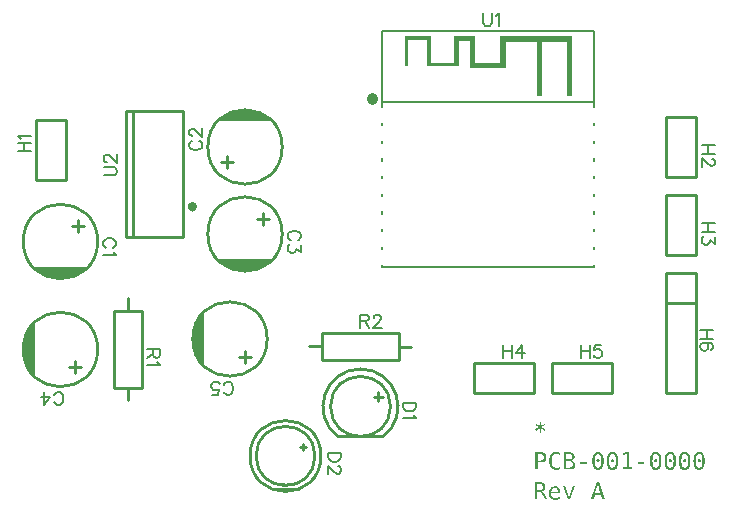
<source format=gto>
G04 Layer: TopSilkscreenLayer*
G04 EasyEDA v6.5.40, 2024-08-20 21:44:02*
G04 Gerber Generator version 0.2*
G04 Scale: 100 percent, Rotated: No, Reflected: No *
G04 Dimensions in inches *
G04 leading zeros omitted , absolute positions ,3 integer and 6 decimal *
%FSLAX36Y36*%
%MOIN*%

%ADD10C,0.0060*%
%ADD11C,0.0100*%
%ADD12C,0.0079*%
%ADD13C,0.0157*%
%ADD14C,0.0197*%
%ADD15C,0.0156*%

%LPD*%
G36*
X1740600Y-1266700D02*
G01*
X1740600Y-1273200D01*
X1756800Y-1273200D01*
X1759480Y-1273360D01*
X1761800Y-1273860D01*
X1763779Y-1274660D01*
X1765400Y-1275800D01*
X1766720Y-1277300D01*
X1767660Y-1279100D01*
X1768220Y-1281200D01*
X1768400Y-1283600D01*
X1768220Y-1286040D01*
X1767700Y-1288120D01*
X1766819Y-1289880D01*
X1765600Y-1291300D01*
X1764019Y-1292440D01*
X1762080Y-1293240D01*
X1759760Y-1293740D01*
X1757100Y-1293899D01*
X1748500Y-1293899D01*
X1748500Y-1273200D01*
X1740600Y-1273200D01*
X1740600Y-1325000D01*
X1748500Y-1325000D01*
X1748500Y-1300400D01*
X1756100Y-1300400D01*
X1757920Y-1300520D01*
X1759540Y-1300860D01*
X1761020Y-1301420D01*
X1762300Y-1302200D01*
X1763540Y-1303380D01*
X1764860Y-1305120D01*
X1766240Y-1307440D01*
X1767700Y-1310300D01*
X1774700Y-1325000D01*
X1783200Y-1325000D01*
X1775200Y-1309100D01*
X1772280Y-1303680D01*
X1769900Y-1300400D01*
X1768760Y-1299400D01*
X1767500Y-1298580D01*
X1766160Y-1297940D01*
X1764700Y-1297500D01*
X1769760Y-1295920D01*
X1773500Y-1293000D01*
X1775900Y-1288800D01*
X1776699Y-1283600D01*
X1775420Y-1276360D01*
X1771600Y-1271000D01*
X1768720Y-1269120D01*
X1765300Y-1267780D01*
X1761320Y-1266960D01*
X1756800Y-1266700D01*
G37*
G36*
X1947000Y-1266700D02*
G01*
X1935701Y-1303500D01*
X1943400Y-1303500D01*
X1951699Y-1273600D01*
X1960000Y-1303500D01*
X1935701Y-1303500D01*
X1929100Y-1325000D01*
X1937300Y-1325000D01*
X1941500Y-1309800D01*
X1961900Y-1309800D01*
X1966200Y-1325000D01*
X1974400Y-1325000D01*
X1956500Y-1266700D01*
G37*
G36*
X1808600Y-1280200D02*
G01*
X1804139Y-1280580D01*
X1800160Y-1281759D01*
X1796639Y-1283680D01*
X1793600Y-1286399D01*
X1791140Y-1289820D01*
X1789400Y-1293740D01*
X1788360Y-1298220D01*
X1788281Y-1299300D01*
X1795700Y-1299300D01*
X1797040Y-1293860D01*
X1799700Y-1289700D01*
X1803560Y-1287140D01*
X1808300Y-1286300D01*
X1810800Y-1286500D01*
X1812980Y-1287120D01*
X1814840Y-1288160D01*
X1816399Y-1289600D01*
X1818600Y-1293640D01*
X1819400Y-1299199D01*
X1788281Y-1299300D01*
X1788000Y-1303200D01*
X1788360Y-1308260D01*
X1789420Y-1312740D01*
X1791200Y-1316660D01*
X1793700Y-1320000D01*
X1796860Y-1322660D01*
X1800580Y-1324580D01*
X1804820Y-1325720D01*
X1809600Y-1326100D01*
X1811420Y-1326060D01*
X1815120Y-1325660D01*
X1818920Y-1324840D01*
X1820880Y-1324280D01*
X1824900Y-1322800D01*
X1824900Y-1315600D01*
X1820800Y-1317580D01*
X1818820Y-1318320D01*
X1815060Y-1319379D01*
X1813240Y-1319720D01*
X1811459Y-1319940D01*
X1809700Y-1320000D01*
X1803680Y-1319019D01*
X1799199Y-1316100D01*
X1796420Y-1311399D01*
X1795500Y-1304800D01*
X1826600Y-1304800D01*
X1826600Y-1301300D01*
X1826300Y-1296660D01*
X1825400Y-1292560D01*
X1823899Y-1288959D01*
X1821800Y-1285900D01*
X1819180Y-1283400D01*
X1816100Y-1281620D01*
X1812580Y-1280560D01*
G37*
G36*
X1835200Y-1281300D02*
G01*
X1850800Y-1325000D01*
X1860000Y-1325000D01*
X1875600Y-1281300D01*
X1868100Y-1281300D01*
X1855400Y-1318000D01*
X1842700Y-1281300D01*
G37*
G36*
X1812200Y-1165600D02*
G01*
X1806940Y-1166100D01*
X1802300Y-1167600D01*
X1798240Y-1170100D01*
X1794800Y-1173600D01*
X1792080Y-1178000D01*
X1790140Y-1183180D01*
X1788980Y-1189140D01*
X1788600Y-1195900D01*
X1788980Y-1202700D01*
X1790140Y-1208680D01*
X1792080Y-1213840D01*
X1794800Y-1218200D01*
X1798220Y-1221660D01*
X1802260Y-1224120D01*
X1806920Y-1225600D01*
X1812200Y-1226100D01*
X1813940Y-1226060D01*
X1817280Y-1225660D01*
X1818899Y-1225300D01*
X1822040Y-1224300D01*
X1825100Y-1222900D01*
X1825100Y-1214800D01*
X1823620Y-1215940D01*
X1822100Y-1216920D01*
X1820520Y-1217780D01*
X1818899Y-1218500D01*
X1817240Y-1219020D01*
X1815580Y-1219400D01*
X1813899Y-1219620D01*
X1812200Y-1219700D01*
X1805480Y-1218220D01*
X1800700Y-1213800D01*
X1799000Y-1210460D01*
X1797780Y-1206380D01*
X1797040Y-1201520D01*
X1796800Y-1195900D01*
X1797040Y-1190280D01*
X1797780Y-1185420D01*
X1799000Y-1181340D01*
X1800700Y-1178000D01*
X1805480Y-1173500D01*
X1812200Y-1172000D01*
X1813860Y-1172080D01*
X1815520Y-1172320D01*
X1817200Y-1172740D01*
X1818899Y-1173300D01*
X1820520Y-1173980D01*
X1822100Y-1174800D01*
X1823620Y-1175780D01*
X1825100Y-1176900D01*
X1825100Y-1168800D01*
X1822040Y-1167400D01*
X1820480Y-1166840D01*
X1818899Y-1166400D01*
X1815620Y-1165800D01*
G37*
G36*
X1951699Y-1165600D02*
G01*
X1947340Y-1166080D01*
X1943520Y-1167520D01*
X1940280Y-1169940D01*
X1937600Y-1173300D01*
X1935540Y-1177560D01*
X1934079Y-1182760D01*
X1933200Y-1188860D01*
X1932900Y-1195900D01*
X1940800Y-1195900D01*
X1940960Y-1190240D01*
X1941480Y-1185320D01*
X1942320Y-1181180D01*
X1943500Y-1177800D01*
X1946900Y-1173380D01*
X1951699Y-1171900D01*
X1956579Y-1173380D01*
X1960000Y-1177800D01*
X1961180Y-1181180D01*
X1962020Y-1185320D01*
X1962540Y-1190240D01*
X1962700Y-1195900D01*
X1962540Y-1201560D01*
X1962020Y-1206440D01*
X1961180Y-1210560D01*
X1960000Y-1213900D01*
X1956579Y-1218400D01*
X1951699Y-1219900D01*
X1946900Y-1218400D01*
X1943500Y-1213900D01*
X1942320Y-1210560D01*
X1941480Y-1206440D01*
X1940960Y-1201560D01*
X1940800Y-1195900D01*
X1932900Y-1195900D01*
X1933200Y-1202900D01*
X1934079Y-1209000D01*
X1935540Y-1214200D01*
X1937600Y-1218500D01*
X1940280Y-1221820D01*
X1943520Y-1224200D01*
X1947340Y-1225620D01*
X1951699Y-1226100D01*
X1956100Y-1225620D01*
X1959920Y-1224200D01*
X1963160Y-1221820D01*
X1965800Y-1218500D01*
X1967900Y-1214200D01*
X1969400Y-1209000D01*
X1970300Y-1202900D01*
X1970600Y-1195900D01*
X1970300Y-1188860D01*
X1969400Y-1182760D01*
X1967900Y-1177560D01*
X1965800Y-1173300D01*
X1963160Y-1169940D01*
X1959920Y-1167520D01*
X1956100Y-1166080D01*
G37*
G36*
X1999900Y-1165600D02*
G01*
X1995500Y-1166080D01*
X1991680Y-1167520D01*
X1988440Y-1169940D01*
X1985800Y-1173300D01*
X1983700Y-1177560D01*
X1982200Y-1182760D01*
X1981300Y-1188860D01*
X1981000Y-1195900D01*
X1988899Y-1195900D01*
X1989079Y-1190240D01*
X1989600Y-1185320D01*
X1990480Y-1181180D01*
X1991699Y-1177800D01*
X1995100Y-1173380D01*
X1999900Y-1171900D01*
X2004700Y-1173380D01*
X2008100Y-1177800D01*
X2009319Y-1181180D01*
X2010200Y-1185320D01*
X2010720Y-1190240D01*
X2010900Y-1195900D01*
X2010720Y-1201560D01*
X2010200Y-1206440D01*
X2009319Y-1210560D01*
X2008100Y-1213900D01*
X2004700Y-1218400D01*
X1999900Y-1219900D01*
X1995100Y-1218400D01*
X1991699Y-1213900D01*
X1990480Y-1210560D01*
X1989600Y-1206440D01*
X1989079Y-1201560D01*
X1988899Y-1195900D01*
X1981000Y-1195900D01*
X1981300Y-1202900D01*
X1982200Y-1209000D01*
X1983700Y-1214200D01*
X1985800Y-1218500D01*
X1988440Y-1221820D01*
X1991680Y-1224200D01*
X1995500Y-1225620D01*
X1999900Y-1226100D01*
X2004259Y-1225620D01*
X2008080Y-1224200D01*
X2011320Y-1221820D01*
X2014000Y-1218500D01*
X2016100Y-1214200D01*
X2017600Y-1209000D01*
X2018500Y-1202900D01*
X2018800Y-1195900D01*
X2018500Y-1188860D01*
X2017600Y-1182760D01*
X2016100Y-1177560D01*
X2014000Y-1173300D01*
X2011320Y-1169940D01*
X2008080Y-1167520D01*
X2004259Y-1166080D01*
G37*
G36*
X2144400Y-1165600D02*
G01*
X2140000Y-1166080D01*
X2136180Y-1167520D01*
X2132940Y-1169940D01*
X2130300Y-1173300D01*
X2128200Y-1177560D01*
X2126700Y-1182760D01*
X2125800Y-1188860D01*
X2125500Y-1195900D01*
X2133400Y-1195900D01*
X2133580Y-1190240D01*
X2134100Y-1185320D01*
X2134980Y-1181180D01*
X2136200Y-1177800D01*
X2139600Y-1173380D01*
X2144400Y-1171900D01*
X2149200Y-1173380D01*
X2152600Y-1177800D01*
X2153820Y-1181180D01*
X2154700Y-1185320D01*
X2155220Y-1190240D01*
X2155400Y-1195900D01*
X2155220Y-1201560D01*
X2154700Y-1206440D01*
X2153820Y-1210560D01*
X2152600Y-1213900D01*
X2149200Y-1218400D01*
X2144400Y-1219900D01*
X2139600Y-1218400D01*
X2136200Y-1213900D01*
X2134980Y-1210560D01*
X2134100Y-1206440D01*
X2133580Y-1201560D01*
X2133400Y-1195900D01*
X2125500Y-1195900D01*
X2125800Y-1202900D01*
X2126700Y-1209000D01*
X2128200Y-1214200D01*
X2130300Y-1218500D01*
X2132940Y-1221820D01*
X2136180Y-1224200D01*
X2140000Y-1225620D01*
X2144400Y-1226100D01*
X2148760Y-1225620D01*
X2152580Y-1224200D01*
X2155820Y-1221820D01*
X2158500Y-1218500D01*
X2160600Y-1214200D01*
X2162100Y-1209000D01*
X2163000Y-1202900D01*
X2163300Y-1195900D01*
X2163000Y-1188860D01*
X2162100Y-1182760D01*
X2160600Y-1177560D01*
X2158500Y-1173300D01*
X2155820Y-1169940D01*
X2152580Y-1167520D01*
X2148760Y-1166080D01*
G37*
G36*
X2192500Y-1165600D02*
G01*
X2188140Y-1166080D01*
X2184320Y-1167520D01*
X2181080Y-1169940D01*
X2178400Y-1173300D01*
X2176340Y-1177560D01*
X2174880Y-1182760D01*
X2174000Y-1188860D01*
X2173700Y-1195900D01*
X2181600Y-1195900D01*
X2181760Y-1190240D01*
X2182280Y-1185320D01*
X2183120Y-1181180D01*
X2184300Y-1177800D01*
X2187700Y-1173380D01*
X2192500Y-1171900D01*
X2197380Y-1173380D01*
X2200800Y-1177800D01*
X2201980Y-1181180D01*
X2202820Y-1185320D01*
X2203340Y-1190240D01*
X2203500Y-1195900D01*
X2203340Y-1201560D01*
X2202820Y-1206440D01*
X2201980Y-1210560D01*
X2200800Y-1213900D01*
X2197380Y-1218400D01*
X2192500Y-1219900D01*
X2187700Y-1218400D01*
X2184300Y-1213900D01*
X2183120Y-1210560D01*
X2182280Y-1206440D01*
X2181760Y-1201560D01*
X2181600Y-1195900D01*
X2173700Y-1195900D01*
X2174000Y-1202900D01*
X2174880Y-1209000D01*
X2176340Y-1214200D01*
X2178400Y-1218500D01*
X2181080Y-1221820D01*
X2184320Y-1224200D01*
X2188140Y-1225620D01*
X2192500Y-1226100D01*
X2196920Y-1225620D01*
X2200740Y-1224200D01*
X2204020Y-1221820D01*
X2206700Y-1218500D01*
X2208760Y-1214200D01*
X2210220Y-1209000D01*
X2211100Y-1202900D01*
X2211400Y-1195900D01*
X2211100Y-1188860D01*
X2210220Y-1182760D01*
X2208760Y-1177560D01*
X2206700Y-1173300D01*
X2204020Y-1169940D01*
X2200740Y-1167520D01*
X2196920Y-1166080D01*
G37*
G36*
X2240700Y-1165600D02*
G01*
X2236340Y-1166080D01*
X2232520Y-1167520D01*
X2229280Y-1169940D01*
X2226600Y-1173300D01*
X2224500Y-1177560D01*
X2223000Y-1182760D01*
X2222100Y-1188860D01*
X2221800Y-1195900D01*
X2229800Y-1195900D01*
X2229960Y-1190240D01*
X2230480Y-1185320D01*
X2231320Y-1181180D01*
X2232500Y-1177800D01*
X2235900Y-1173380D01*
X2240700Y-1171900D01*
X2245580Y-1173380D01*
X2249000Y-1177800D01*
X2250180Y-1181180D01*
X2251020Y-1185320D01*
X2251540Y-1190240D01*
X2251700Y-1195900D01*
X2251540Y-1201560D01*
X2251020Y-1206440D01*
X2250180Y-1210560D01*
X2249000Y-1213900D01*
X2245580Y-1218400D01*
X2240700Y-1219900D01*
X2235900Y-1218400D01*
X2232500Y-1213900D01*
X2231320Y-1210560D01*
X2230480Y-1206440D01*
X2229960Y-1201560D01*
X2229800Y-1195900D01*
X2221800Y-1195900D01*
X2222100Y-1202900D01*
X2223000Y-1209000D01*
X2224500Y-1214200D01*
X2226600Y-1218500D01*
X2229280Y-1221820D01*
X2232520Y-1224200D01*
X2236340Y-1225620D01*
X2240700Y-1226100D01*
X2245060Y-1225620D01*
X2248880Y-1224200D01*
X2252120Y-1221820D01*
X2254800Y-1218500D01*
X2256900Y-1214200D01*
X2258400Y-1209000D01*
X2259300Y-1202900D01*
X2259600Y-1195900D01*
X2259300Y-1188860D01*
X2258400Y-1182760D01*
X2256900Y-1177560D01*
X2254800Y-1173300D01*
X2252120Y-1169940D01*
X2248880Y-1167520D01*
X2245060Y-1166080D01*
G37*
G36*
X2288900Y-1165600D02*
G01*
X2284500Y-1166080D01*
X2280680Y-1167520D01*
X2277440Y-1169940D01*
X2274800Y-1173300D01*
X2272700Y-1177560D01*
X2271200Y-1182760D01*
X2270300Y-1188860D01*
X2270000Y-1195900D01*
X2277900Y-1195900D01*
X2278060Y-1190240D01*
X2278580Y-1185320D01*
X2279420Y-1181180D01*
X2280600Y-1177800D01*
X2284080Y-1173380D01*
X2288900Y-1171900D01*
X2293700Y-1173380D01*
X2297100Y-1177800D01*
X2298280Y-1181180D01*
X2299120Y-1185320D01*
X2299640Y-1190240D01*
X2299800Y-1195900D01*
X2299640Y-1201560D01*
X2299120Y-1206440D01*
X2298280Y-1210560D01*
X2297100Y-1213900D01*
X2293700Y-1218400D01*
X2288900Y-1219900D01*
X2284080Y-1218400D01*
X2280600Y-1213900D01*
X2279420Y-1210560D01*
X2278580Y-1206440D01*
X2278060Y-1201560D01*
X2277900Y-1195900D01*
X2270000Y-1195900D01*
X2270300Y-1202900D01*
X2271200Y-1209000D01*
X2272700Y-1214200D01*
X2274800Y-1218500D01*
X2277440Y-1221820D01*
X2280680Y-1224200D01*
X2284500Y-1225620D01*
X2288900Y-1226100D01*
X2293260Y-1225620D01*
X2297080Y-1224200D01*
X2300320Y-1221820D01*
X2303000Y-1218500D01*
X2305100Y-1214200D01*
X2306600Y-1209000D01*
X2307500Y-1202900D01*
X2307800Y-1195900D01*
X2307500Y-1188860D01*
X2306600Y-1182760D01*
X2305100Y-1177560D01*
X2303000Y-1173300D01*
X2300320Y-1169940D01*
X2297080Y-1167520D01*
X2293260Y-1166080D01*
G37*
G36*
X1742700Y-1166700D02*
G01*
X1742700Y-1173200D01*
X1759700Y-1173200D01*
X1762300Y-1173380D01*
X1764600Y-1173900D01*
X1766600Y-1174780D01*
X1768300Y-1176000D01*
X1769620Y-1177600D01*
X1770560Y-1179480D01*
X1771120Y-1181640D01*
X1771300Y-1184100D01*
X1771120Y-1186560D01*
X1770560Y-1188720D01*
X1769620Y-1190600D01*
X1768300Y-1192200D01*
X1766600Y-1193460D01*
X1764600Y-1194380D01*
X1762300Y-1194920D01*
X1759700Y-1195100D01*
X1750600Y-1195100D01*
X1750600Y-1173200D01*
X1742700Y-1173200D01*
X1742700Y-1225000D01*
X1750600Y-1225000D01*
X1750600Y-1201600D01*
X1759700Y-1201600D01*
X1764300Y-1201320D01*
X1768320Y-1200480D01*
X1771759Y-1199060D01*
X1774600Y-1197100D01*
X1776780Y-1194640D01*
X1778360Y-1191640D01*
X1779280Y-1188140D01*
X1779600Y-1184100D01*
X1779280Y-1180060D01*
X1778320Y-1176560D01*
X1776740Y-1173560D01*
X1774500Y-1171100D01*
X1771699Y-1169180D01*
X1768300Y-1167800D01*
X1764300Y-1166980D01*
X1759700Y-1166700D01*
G37*
G36*
X1837800Y-1166700D02*
G01*
X1837800Y-1173200D01*
X1854900Y-1173200D01*
X1857600Y-1173320D01*
X1859880Y-1173680D01*
X1861740Y-1174260D01*
X1863200Y-1175100D01*
X1864300Y-1176260D01*
X1865080Y-1177700D01*
X1865540Y-1179460D01*
X1865700Y-1181500D01*
X1865540Y-1183780D01*
X1865080Y-1185720D01*
X1864300Y-1187340D01*
X1863200Y-1188600D01*
X1861699Y-1189520D01*
X1859820Y-1190180D01*
X1857560Y-1190560D01*
X1854900Y-1190700D01*
X1845700Y-1190700D01*
X1845700Y-1173200D01*
X1837800Y-1173200D01*
X1837800Y-1197100D01*
X1855100Y-1197100D01*
X1860760Y-1197780D01*
X1864700Y-1199800D01*
X1866060Y-1201340D01*
X1867020Y-1203240D01*
X1867600Y-1205540D01*
X1867800Y-1208200D01*
X1867620Y-1210760D01*
X1867080Y-1212920D01*
X1866160Y-1214700D01*
X1864900Y-1216100D01*
X1861000Y-1217900D01*
X1855100Y-1218500D01*
X1845700Y-1218500D01*
X1845700Y-1197100D01*
X1837800Y-1197100D01*
X1837800Y-1225000D01*
X1855100Y-1225000D01*
X1859920Y-1224740D01*
X1864100Y-1224000D01*
X1867620Y-1222740D01*
X1870500Y-1221000D01*
X1874400Y-1215960D01*
X1875700Y-1209000D01*
X1874900Y-1203280D01*
X1872500Y-1198700D01*
X1868600Y-1195420D01*
X1863500Y-1193800D01*
X1865900Y-1193260D01*
X1867980Y-1192420D01*
X1869740Y-1191300D01*
X1871200Y-1189900D01*
X1872300Y-1188220D01*
X1873080Y-1186240D01*
X1873540Y-1184020D01*
X1873700Y-1181500D01*
X1872500Y-1175200D01*
X1868899Y-1170500D01*
X1866200Y-1168840D01*
X1863000Y-1167660D01*
X1859300Y-1166940D01*
X1855100Y-1166700D01*
G37*
G36*
X2046699Y-1166700D02*
G01*
X2033600Y-1169600D01*
X2033600Y-1176800D01*
X2046800Y-1173800D01*
X2046800Y-1218400D01*
X2034500Y-1218400D01*
X2034500Y-1225000D01*
X2066699Y-1225000D01*
X2066699Y-1218400D01*
X2054600Y-1218400D01*
X2054600Y-1166700D01*
G37*
G36*
X1951600Y-1190400D02*
G01*
X1950580Y-1190500D01*
X1949660Y-1190800D01*
X1948779Y-1191300D01*
X1948000Y-1192000D01*
X1947340Y-1192840D01*
X1946879Y-1193720D01*
X1946600Y-1194680D01*
X1946500Y-1195700D01*
X1946600Y-1196800D01*
X1946879Y-1197800D01*
X1947340Y-1198700D01*
X1948000Y-1199500D01*
X1948779Y-1200120D01*
X1949660Y-1200560D01*
X1950580Y-1200820D01*
X1951600Y-1200900D01*
X1952700Y-1200800D01*
X1953700Y-1200520D01*
X1954600Y-1200060D01*
X1955400Y-1199400D01*
X1956100Y-1198600D01*
X1956600Y-1197720D01*
X1956900Y-1196760D01*
X1957000Y-1195700D01*
X1956900Y-1194680D01*
X1956600Y-1193720D01*
X1956100Y-1192840D01*
X1955400Y-1192000D01*
X1954560Y-1191300D01*
X1953640Y-1190800D01*
X1952660Y-1190500D01*
G37*
G36*
X1999800Y-1190400D02*
G01*
X1998779Y-1190500D01*
X1997840Y-1190800D01*
X1996980Y-1191300D01*
X1996200Y-1192000D01*
X1995540Y-1192840D01*
X1995080Y-1193720D01*
X1994800Y-1194680D01*
X1994700Y-1195700D01*
X1994800Y-1196800D01*
X1995080Y-1197800D01*
X1995540Y-1198700D01*
X1996200Y-1199500D01*
X1996940Y-1200120D01*
X1997800Y-1200560D01*
X1998740Y-1200820D01*
X1999800Y-1200900D01*
X2000860Y-1200800D01*
X2001840Y-1200520D01*
X2002760Y-1200060D01*
X2003600Y-1199400D01*
X2004259Y-1198600D01*
X2004720Y-1197720D01*
X2005000Y-1196760D01*
X2005100Y-1195700D01*
X2005000Y-1194680D01*
X2004720Y-1193720D01*
X2004259Y-1192840D01*
X2003600Y-1192000D01*
X2002760Y-1191300D01*
X2001840Y-1190800D01*
X2000860Y-1190500D01*
G37*
G36*
X2144300Y-1190400D02*
G01*
X2143280Y-1190500D01*
X2142360Y-1190800D01*
X2141480Y-1191300D01*
X2140700Y-1192000D01*
X2140040Y-1192840D01*
X2139580Y-1193720D01*
X2139300Y-1194680D01*
X2139200Y-1195700D01*
X2139280Y-1196800D01*
X2139540Y-1197800D01*
X2139980Y-1198700D01*
X2140600Y-1199500D01*
X2141400Y-1200120D01*
X2142280Y-1200560D01*
X2143240Y-1200820D01*
X2144300Y-1200900D01*
X2145360Y-1200800D01*
X2146360Y-1200520D01*
X2147260Y-1200060D01*
X2148100Y-1199400D01*
X2148760Y-1198600D01*
X2149220Y-1197720D01*
X2149500Y-1196760D01*
X2149600Y-1195700D01*
X2149500Y-1194680D01*
X2149200Y-1193720D01*
X2148700Y-1192840D01*
X2148000Y-1192000D01*
X2147200Y-1191300D01*
X2146320Y-1190800D01*
X2145360Y-1190500D01*
G37*
G36*
X2192500Y-1190400D02*
G01*
X2191480Y-1190500D01*
X2190520Y-1190800D01*
X2189640Y-1191300D01*
X2188800Y-1192000D01*
X2188140Y-1192840D01*
X2187680Y-1193720D01*
X2187400Y-1194680D01*
X2187300Y-1195700D01*
X2187400Y-1196800D01*
X2187680Y-1197800D01*
X2188140Y-1198700D01*
X2188800Y-1199500D01*
X2189600Y-1200120D01*
X2190480Y-1200560D01*
X2191440Y-1200820D01*
X2192500Y-1200900D01*
X2193560Y-1200800D01*
X2194520Y-1200520D01*
X2195400Y-1200060D01*
X2196200Y-1199400D01*
X2196900Y-1198600D01*
X2197400Y-1197720D01*
X2197700Y-1196760D01*
X2197800Y-1195700D01*
X2197700Y-1194680D01*
X2197400Y-1193720D01*
X2196900Y-1192840D01*
X2196200Y-1192000D01*
X2195360Y-1191300D01*
X2194480Y-1190800D01*
X2193520Y-1190500D01*
G37*
G36*
X2240600Y-1190400D02*
G01*
X2239580Y-1190500D01*
X2238660Y-1190800D01*
X2237780Y-1191300D01*
X2237000Y-1192000D01*
X2236340Y-1192840D01*
X2235880Y-1193720D01*
X2235600Y-1194680D01*
X2235500Y-1195700D01*
X2235600Y-1196800D01*
X2235880Y-1197800D01*
X2236340Y-1198700D01*
X2237000Y-1199500D01*
X2237740Y-1200120D01*
X2238600Y-1200560D01*
X2239540Y-1200820D01*
X2240600Y-1200900D01*
X2241700Y-1200800D01*
X2242700Y-1200520D01*
X2243600Y-1200060D01*
X2244400Y-1199400D01*
X2245060Y-1198600D01*
X2245520Y-1197720D01*
X2245800Y-1196760D01*
X2245900Y-1195700D01*
X2245800Y-1194680D01*
X2245520Y-1193720D01*
X2245060Y-1192840D01*
X2244400Y-1192000D01*
X2243560Y-1191300D01*
X2242640Y-1190800D01*
X2241660Y-1190500D01*
G37*
G36*
X2288800Y-1190400D02*
G01*
X2287780Y-1190500D01*
X2286860Y-1190800D01*
X2285980Y-1191300D01*
X2285200Y-1192000D01*
X2284540Y-1192840D01*
X2284080Y-1193720D01*
X2283800Y-1194680D01*
X2283700Y-1195700D01*
X2283780Y-1196800D01*
X2284040Y-1197800D01*
X2284480Y-1198700D01*
X2285100Y-1199500D01*
X2285900Y-1200120D01*
X2286780Y-1200560D01*
X2287740Y-1200820D01*
X2288800Y-1200900D01*
X2289860Y-1200800D01*
X2290860Y-1200520D01*
X2291760Y-1200060D01*
X2292600Y-1199400D01*
X2293260Y-1198600D01*
X2293720Y-1197720D01*
X2294000Y-1196760D01*
X2294100Y-1195700D01*
X2294000Y-1194680D01*
X2293700Y-1193720D01*
X2293200Y-1192840D01*
X2292500Y-1192000D01*
X2291700Y-1191300D01*
X2290820Y-1190800D01*
X2289860Y-1190500D01*
G37*
G36*
X1893400Y-1199900D02*
G01*
X1893400Y-1206300D01*
X1913800Y-1206300D01*
X1913800Y-1199900D01*
G37*
G36*
X2086100Y-1199900D02*
G01*
X2086100Y-1206300D01*
X2106400Y-1206300D01*
X2106400Y-1199900D01*
G37*
G36*
X1756800Y-1065600D02*
G01*
X1756800Y-1080400D01*
X1743700Y-1072400D01*
X1741500Y-1076300D01*
X1755500Y-1083900D01*
X1741500Y-1091500D01*
X1743700Y-1095300D01*
X1756800Y-1087400D01*
X1756800Y-1102100D01*
X1761300Y-1102100D01*
X1761300Y-1087400D01*
X1774500Y-1095300D01*
X1776699Y-1091500D01*
X1762700Y-1083900D01*
X1776699Y-1076300D01*
X1774500Y-1072400D01*
X1761300Y-1080400D01*
X1761300Y-1065600D01*
G37*
D10*
X335199Y-485700D02*
G01*
X339299Y-483600D01*
X343400Y-479499D01*
X345399Y-475500D01*
X345399Y-467300D01*
X343400Y-463200D01*
X339299Y-459099D01*
X335199Y-456999D01*
X329000Y-455000D01*
X318800Y-455000D01*
X312699Y-456999D01*
X308600Y-459099D01*
X304499Y-463200D01*
X302500Y-467300D01*
X302500Y-475500D01*
X304499Y-479499D01*
X308600Y-483600D01*
X312699Y-485700D01*
X337199Y-499200D02*
G01*
X339299Y-503299D01*
X345399Y-509400D01*
X302500Y-509400D01*
X599800Y-129299D02*
G01*
X595700Y-131399D01*
X591599Y-135500D01*
X589600Y-139499D01*
X589600Y-147699D01*
X591599Y-151799D01*
X595700Y-155900D01*
X599800Y-158000D01*
X605999Y-160000D01*
X616199Y-160000D01*
X622300Y-158000D01*
X626399Y-155900D01*
X630500Y-151799D01*
X632500Y-147699D01*
X632500Y-139499D01*
X630500Y-135500D01*
X626399Y-131399D01*
X622300Y-129299D01*
X599800Y-113800D02*
G01*
X597800Y-113800D01*
X593699Y-111700D01*
X591599Y-109699D01*
X589600Y-105599D01*
X589600Y-97399D01*
X591599Y-93299D01*
X593699Y-91300D01*
X597800Y-89200D01*
X601900Y-89200D01*
X605999Y-91300D01*
X612100Y-95399D01*
X632500Y-115799D01*
X632500Y-87199D01*
X950200Y-460700D02*
G01*
X954300Y-458600D01*
X958400Y-454499D01*
X960399Y-450500D01*
X960399Y-442300D01*
X958400Y-438200D01*
X954300Y-434099D01*
X950200Y-431999D01*
X943999Y-430000D01*
X933800Y-430000D01*
X927700Y-431999D01*
X923599Y-434099D01*
X919499Y-438200D01*
X917500Y-442300D01*
X917500Y-450500D01*
X919499Y-454499D01*
X923599Y-458600D01*
X927700Y-460700D01*
X960399Y-478299D02*
G01*
X960399Y-500799D01*
X943999Y-488499D01*
X943999Y-494600D01*
X941999Y-498699D01*
X940000Y-500799D01*
X933800Y-502800D01*
X929700Y-502800D01*
X923599Y-500799D01*
X919499Y-496700D01*
X917500Y-490500D01*
X917500Y-484400D01*
X919499Y-478299D01*
X921499Y-476199D01*
X925600Y-474200D01*
X139299Y-1000199D02*
G01*
X141399Y-1004299D01*
X145500Y-1008400D01*
X149499Y-1010399D01*
X157699Y-1010399D01*
X161799Y-1008400D01*
X165900Y-1004299D01*
X168000Y-1000199D01*
X170000Y-994000D01*
X170000Y-983800D01*
X168000Y-977699D01*
X165900Y-973600D01*
X161799Y-969499D01*
X157699Y-967500D01*
X149499Y-967500D01*
X145500Y-969499D01*
X141399Y-973600D01*
X139299Y-977699D01*
X105399Y-1010399D02*
G01*
X125799Y-981799D01*
X95100Y-981799D01*
X105399Y-1010399D02*
G01*
X105399Y-967500D01*
X704299Y-965199D02*
G01*
X706399Y-969299D01*
X710500Y-973400D01*
X714499Y-975399D01*
X722699Y-975399D01*
X726799Y-973400D01*
X730900Y-969299D01*
X733000Y-965199D01*
X735000Y-959000D01*
X735000Y-948800D01*
X733000Y-942699D01*
X730900Y-938600D01*
X726799Y-934499D01*
X722699Y-932500D01*
X714499Y-932500D01*
X710500Y-934499D01*
X706399Y-938600D01*
X704299Y-942699D01*
X666300Y-975399D02*
G01*
X686700Y-975399D01*
X688800Y-956999D01*
X686700Y-959000D01*
X680599Y-961100D01*
X674499Y-961100D01*
X668299Y-959000D01*
X664200Y-955000D01*
X662199Y-948800D01*
X662199Y-944699D01*
X664200Y-938600D01*
X668299Y-934499D01*
X674499Y-932500D01*
X680599Y-932500D01*
X686700Y-934499D01*
X688800Y-936500D01*
X690799Y-940599D01*
X1345399Y-1001999D02*
G01*
X1302500Y-1001999D01*
X1345399Y-1001999D02*
G01*
X1345399Y-1016300D01*
X1343400Y-1022500D01*
X1339300Y-1026500D01*
X1335200Y-1028600D01*
X1328999Y-1030599D01*
X1318800Y-1030599D01*
X1312700Y-1028600D01*
X1308599Y-1026500D01*
X1304499Y-1022500D01*
X1302500Y-1016300D01*
X1302500Y-1001999D01*
X1337200Y-1044099D02*
G01*
X1339300Y-1048200D01*
X1345399Y-1054400D01*
X1302500Y-1054400D01*
X1095399Y-1170000D02*
G01*
X1052500Y-1170000D01*
X1095399Y-1170000D02*
G01*
X1095399Y-1184299D01*
X1093400Y-1190500D01*
X1089300Y-1194499D01*
X1085200Y-1196599D01*
X1078999Y-1198600D01*
X1068800Y-1198600D01*
X1062700Y-1196599D01*
X1058599Y-1194499D01*
X1054499Y-1190500D01*
X1052500Y-1184299D01*
X1052500Y-1170000D01*
X1085200Y-1214200D02*
G01*
X1087200Y-1214200D01*
X1091300Y-1216199D01*
X1093400Y-1218299D01*
X1095399Y-1222399D01*
X1095399Y-1230500D01*
X1093400Y-1234600D01*
X1091300Y-1236700D01*
X1087200Y-1238699D01*
X1083100Y-1238699D01*
X1078999Y-1236700D01*
X1072899Y-1232600D01*
X1052500Y-1212100D01*
X1052500Y-1240799D01*
X19600Y-165000D02*
G01*
X62500Y-165000D01*
X19600Y-136399D02*
G01*
X62500Y-136399D01*
X40000Y-165000D02*
G01*
X40000Y-136399D01*
X27800Y-122899D02*
G01*
X25700Y-118800D01*
X19600Y-112600D01*
X62500Y-112600D01*
X2340399Y-145000D02*
G01*
X2297500Y-145000D01*
X2340399Y-173600D02*
G01*
X2297500Y-173600D01*
X2320000Y-145000D02*
G01*
X2320000Y-173600D01*
X2330200Y-189200D02*
G01*
X2332200Y-189200D01*
X2336300Y-191199D01*
X2338400Y-193299D01*
X2340399Y-197399D01*
X2340399Y-205500D01*
X2338400Y-209600D01*
X2336300Y-211700D01*
X2332200Y-213699D01*
X2328100Y-213699D01*
X2323999Y-211700D01*
X2317899Y-207600D01*
X2297500Y-187100D01*
X2297500Y-215799D01*
X2340399Y-405000D02*
G01*
X2297500Y-405000D01*
X2340399Y-433600D02*
G01*
X2297500Y-433600D01*
X2320000Y-405000D02*
G01*
X2320000Y-433600D01*
X2340399Y-451199D02*
G01*
X2340399Y-473699D01*
X2323999Y-461500D01*
X2323999Y-467600D01*
X2321999Y-471700D01*
X2320000Y-473699D01*
X2313800Y-475799D01*
X2309700Y-475799D01*
X2303599Y-473699D01*
X2299499Y-469600D01*
X2297500Y-463499D01*
X2297500Y-457399D01*
X2299499Y-451199D01*
X2301499Y-449200D01*
X2305600Y-447100D01*
X1635000Y-809600D02*
G01*
X1635000Y-852500D01*
X1663599Y-809600D02*
G01*
X1663599Y-852500D01*
X1635000Y-830000D02*
G01*
X1663599Y-830000D01*
X1697600Y-809600D02*
G01*
X1677100Y-838200D01*
X1707799Y-838200D01*
X1697600Y-809600D02*
G01*
X1697600Y-852500D01*
X1895000Y-809600D02*
G01*
X1895000Y-852500D01*
X1923599Y-809600D02*
G01*
X1923599Y-852500D01*
X1895000Y-830000D02*
G01*
X1923599Y-830000D01*
X1961700Y-809600D02*
G01*
X1941199Y-809600D01*
X1939200Y-828000D01*
X1941199Y-825999D01*
X1947399Y-823899D01*
X1953500Y-823899D01*
X1959600Y-825999D01*
X1963699Y-830000D01*
X1965799Y-836199D01*
X1965799Y-840300D01*
X1963699Y-846399D01*
X1959600Y-850500D01*
X1953500Y-852500D01*
X1947399Y-852500D01*
X1941199Y-850500D01*
X1939200Y-848499D01*
X1937100Y-844400D01*
X2335399Y-760000D02*
G01*
X2292500Y-760000D01*
X2335399Y-788600D02*
G01*
X2292500Y-788600D01*
X2315000Y-760000D02*
G01*
X2315000Y-788600D01*
X2329300Y-826700D02*
G01*
X2333400Y-824600D01*
X2335399Y-818499D01*
X2335399Y-814400D01*
X2333400Y-808299D01*
X2327200Y-804200D01*
X2316999Y-802100D01*
X2306800Y-802100D01*
X2298599Y-804200D01*
X2294499Y-808299D01*
X2292500Y-814400D01*
X2292500Y-816500D01*
X2294499Y-822600D01*
X2298599Y-826700D01*
X2304700Y-828699D01*
X2306800Y-828699D01*
X2312899Y-826700D01*
X2316999Y-822600D01*
X2318999Y-816500D01*
X2318999Y-814400D01*
X2316999Y-808299D01*
X2312899Y-804200D01*
X2306800Y-802100D01*
X490399Y-825000D02*
G01*
X447500Y-825000D01*
X490399Y-825000D02*
G01*
X490399Y-843400D01*
X488400Y-849499D01*
X486300Y-851599D01*
X482199Y-853600D01*
X478099Y-853600D01*
X474000Y-851599D01*
X471999Y-849499D01*
X470000Y-843400D01*
X470000Y-825000D01*
X470000Y-839299D02*
G01*
X447500Y-853600D01*
X482199Y-867100D02*
G01*
X484299Y-871199D01*
X490399Y-877399D01*
X447500Y-877399D01*
X1160000Y-709600D02*
G01*
X1160000Y-752500D01*
X1160000Y-709600D02*
G01*
X1178400Y-709600D01*
X1184499Y-711599D01*
X1186599Y-713699D01*
X1188599Y-717800D01*
X1188599Y-721900D01*
X1186599Y-725999D01*
X1184499Y-728000D01*
X1178400Y-730000D01*
X1160000Y-730000D01*
X1174300Y-730000D02*
G01*
X1188599Y-752500D01*
X1204200Y-719800D02*
G01*
X1204200Y-717800D01*
X1206199Y-713699D01*
X1208299Y-711599D01*
X1212399Y-709600D01*
X1220500Y-709600D01*
X1224600Y-711599D01*
X1226700Y-713699D01*
X1228699Y-717800D01*
X1228699Y-721900D01*
X1226700Y-725999D01*
X1222600Y-732100D01*
X1202100Y-752500D01*
X1230799Y-752500D01*
X1570000Y295399D02*
G01*
X1570000Y264699D01*
X1571999Y258600D01*
X1576099Y254499D01*
X1582299Y252500D01*
X1586400Y252500D01*
X1592500Y254499D01*
X1596599Y258600D01*
X1598599Y264699D01*
X1598599Y295399D01*
X1612100Y287199D02*
G01*
X1616199Y289299D01*
X1622399Y295399D01*
X1622399Y252500D01*
X304405Y-245005D02*
G01*
X335104Y-245005D01*
X341204Y-243004D01*
X345304Y-238904D01*
X347305Y-232705D01*
X347305Y-228604D01*
X345304Y-222505D01*
X341204Y-218404D01*
X335104Y-216404D01*
X304405Y-216404D01*
X314605Y-200805D02*
G01*
X312604Y-200805D01*
X308505Y-198805D01*
X306404Y-196705D01*
X304405Y-192604D01*
X304405Y-184504D01*
X306404Y-180405D01*
X308505Y-178305D01*
X312604Y-176305D01*
X316705Y-176305D01*
X320805Y-178305D01*
X326905Y-182404D01*
X347305Y-202905D01*
X347305Y-174205D01*
G36*
X70000Y-550000D02*
G01*
X74300Y-554520D01*
X78820Y-558820D01*
X83560Y-562880D01*
X88520Y-566680D01*
X93640Y-570240D01*
X98960Y-573520D01*
X104420Y-576520D01*
X110040Y-579240D01*
X115800Y-581660D01*
X121660Y-583780D01*
X127640Y-585600D01*
X133680Y-587120D01*
X139820Y-588300D01*
X145980Y-589180D01*
X152200Y-589740D01*
X158440Y-589980D01*
X164680Y-589900D01*
X170900Y-589500D01*
X177100Y-588780D01*
X183260Y-587740D01*
X186320Y-587120D01*
X192360Y-585600D01*
X198340Y-583780D01*
X204200Y-581660D01*
X209960Y-579240D01*
X215580Y-576520D01*
X221040Y-573520D01*
X226360Y-570240D01*
X231480Y-566680D01*
X236439Y-562880D01*
X241180Y-558820D01*
X245700Y-554520D01*
X250000Y-550000D01*
G37*
G36*
X773439Y-25019D02*
G01*
X767200Y-25259D01*
X760980Y-25820D01*
X754820Y-26700D01*
X748680Y-27879D01*
X742640Y-29400D01*
X736660Y-31220D01*
X730800Y-33340D01*
X725040Y-35760D01*
X719419Y-38480D01*
X713960Y-41480D01*
X708640Y-44760D01*
X703520Y-48320D01*
X698560Y-52120D01*
X693820Y-56180D01*
X689300Y-60480D01*
X685000Y-65000D01*
X865000Y-65000D01*
X860699Y-60480D01*
X856180Y-56180D01*
X851440Y-52120D01*
X846480Y-48320D01*
X841360Y-44760D01*
X836040Y-41480D01*
X830580Y-38480D01*
X824960Y-35760D01*
X819200Y-33340D01*
X813340Y-31220D01*
X807360Y-29400D01*
X801320Y-27879D01*
X795180Y-26700D01*
X789020Y-25820D01*
X782800Y-25259D01*
X776560Y-25019D01*
G37*
G36*
X685000Y-525000D02*
G01*
X689300Y-529520D01*
X693820Y-533820D01*
X698560Y-537880D01*
X703520Y-541680D01*
X708640Y-545240D01*
X713960Y-548520D01*
X719419Y-551520D01*
X725040Y-554240D01*
X730800Y-556660D01*
X736660Y-558780D01*
X742640Y-560600D01*
X748680Y-562120D01*
X754820Y-563300D01*
X760980Y-564180D01*
X767200Y-564740D01*
X773439Y-564980D01*
X779680Y-564900D01*
X785900Y-564500D01*
X792099Y-563780D01*
X798259Y-562740D01*
X801320Y-562120D01*
X807360Y-560600D01*
X813340Y-558780D01*
X819200Y-556660D01*
X824960Y-554240D01*
X830580Y-551520D01*
X836040Y-548520D01*
X841360Y-545240D01*
X846480Y-541680D01*
X851440Y-537880D01*
X856180Y-533820D01*
X860699Y-529520D01*
X865000Y-525000D01*
G37*
G36*
X75000Y-735000D02*
G01*
X70480Y-739300D01*
X66180Y-743820D01*
X62120Y-748560D01*
X58320Y-753520D01*
X54760Y-758640D01*
X51480Y-763960D01*
X48480Y-769419D01*
X45759Y-775040D01*
X43339Y-780800D01*
X41220Y-786660D01*
X39400Y-792640D01*
X37880Y-798680D01*
X36700Y-804820D01*
X35820Y-810980D01*
X35260Y-817200D01*
X35020Y-823439D01*
X35100Y-829680D01*
X35500Y-835900D01*
X36220Y-842099D01*
X37260Y-848259D01*
X37880Y-851320D01*
X39400Y-857360D01*
X41220Y-863340D01*
X43339Y-869200D01*
X45759Y-874960D01*
X48480Y-880580D01*
X51480Y-886040D01*
X54760Y-891360D01*
X58320Y-896480D01*
X62120Y-901440D01*
X66180Y-906180D01*
X70480Y-910699D01*
X75000Y-915000D01*
G37*
G36*
X640000Y-700000D02*
G01*
X635480Y-704300D01*
X631180Y-708820D01*
X627120Y-713560D01*
X623320Y-718520D01*
X619760Y-723640D01*
X616480Y-728960D01*
X613480Y-734419D01*
X610760Y-740040D01*
X608340Y-745800D01*
X606220Y-751660D01*
X604400Y-757640D01*
X602880Y-763680D01*
X601700Y-769820D01*
X600820Y-775980D01*
X600260Y-782200D01*
X600020Y-788439D01*
X600100Y-794680D01*
X600500Y-800900D01*
X601220Y-807099D01*
X602260Y-813259D01*
X602880Y-816320D01*
X604400Y-822360D01*
X606220Y-828340D01*
X608340Y-834200D01*
X610760Y-839960D01*
X613480Y-845580D01*
X616480Y-851040D01*
X619760Y-856360D01*
X623320Y-861480D01*
X627120Y-866440D01*
X631180Y-871180D01*
X635480Y-875699D01*
X640000Y-880000D01*
G37*
G36*
X1326320Y219420D02*
G01*
X1308460Y218700D01*
X1308460Y118699D01*
X1319180Y118699D01*
X1319180Y207979D01*
X1380620Y207979D01*
X1380620Y118699D01*
X1488460Y118699D01*
X1488460Y202280D01*
X1525620Y202280D01*
X1525620Y114420D01*
X1643460Y114420D01*
X1643460Y201560D01*
X1747040Y201560D01*
X1747040Y18700D01*
X1764900Y18700D01*
X1764900Y201560D01*
X1849180Y201560D01*
X1849180Y19420D01*
X1866320Y19420D01*
X1866320Y218700D01*
X1625620Y218700D01*
X1625620Y130140D01*
X1541320Y130140D01*
X1541320Y219420D01*
X1471320Y219420D01*
X1471320Y130840D01*
X1396320Y130840D01*
X1396320Y219420D01*
G37*
D11*
X240000Y-415000D02*
G01*
X200000Y-415000D01*
X220000Y-395000D02*
G01*
X220000Y-435000D01*
X695000Y-200000D02*
G01*
X735000Y-200000D01*
X715000Y-220000D02*
G01*
X715000Y-180000D01*
X855000Y-390000D02*
G01*
X815000Y-390000D01*
X835000Y-370000D02*
G01*
X835000Y-410000D01*
X210000Y-905000D02*
G01*
X210000Y-865000D01*
X230000Y-885000D02*
G01*
X190000Y-885000D01*
X775000Y-870000D02*
G01*
X775000Y-830000D01*
X795000Y-850000D02*
G01*
X755000Y-850000D01*
X1085000Y-1115000D02*
G01*
X1235000Y-1115000D01*
X1220000Y-966999D02*
G01*
X1220000Y-996999D01*
X1205000Y-981999D02*
G01*
X1235000Y-981999D01*
X970000Y-1140000D02*
G01*
X970000Y-1160000D01*
X980000Y-1150000D02*
G01*
X960000Y-1150000D01*
X939219Y-1273976D02*
G01*
X916449Y-1273976D01*
X903550Y-1273976D02*
G01*
X882088Y-1273976D01*
X956460Y-1288566D02*
G01*
X863782Y-1288566D01*
X80000Y-260000D02*
G01*
X80000Y-60000D01*
X180000Y-60000D01*
X180000Y-260000D01*
X80000Y-260000D01*
X2280000Y-50000D02*
G01*
X2280000Y-250000D01*
X2180000Y-250000D01*
X2180000Y-50000D01*
X2280000Y-50000D01*
X2280000Y-310000D02*
G01*
X2280000Y-510000D01*
X2180000Y-510000D01*
X2180000Y-310000D01*
X2280000Y-310000D01*
X1540000Y-870000D02*
G01*
X1740000Y-870000D01*
X1740000Y-970000D01*
X1540000Y-970000D01*
X1540000Y-870000D01*
X1800000Y-870000D02*
G01*
X2000000Y-870000D01*
X2000000Y-970000D01*
X1800000Y-970000D01*
X1800000Y-870000D01*
X2280000Y-670925D02*
G01*
X2280000Y-970000D01*
X2180000Y-970000D01*
X2180000Y-570000D01*
X2280000Y-570000D01*
X2280000Y-670925D01*
X2280000Y-670925D02*
G01*
X2180000Y-670925D01*
X385000Y-654969D02*
G01*
X385000Y-697046D01*
X384841Y-952953D02*
G01*
X384841Y-995030D01*
X339724Y-697046D02*
G01*
X430275Y-697046D01*
X430275Y-697046D02*
G01*
X430275Y-952953D01*
X429094Y-952953D02*
G01*
X340905Y-952953D01*
X339724Y-952953D02*
G01*
X339724Y-697046D01*
X989969Y-815000D02*
G01*
X1032047Y-815000D01*
X1287952Y-815158D02*
G01*
X1330030Y-815158D01*
X1032047Y-860275D02*
G01*
X1032047Y-769724D01*
X1032047Y-769724D02*
G01*
X1287952Y-769724D01*
X1287952Y-770906D02*
G01*
X1287952Y-859094D01*
X1287952Y-860275D02*
G01*
X1032047Y-860275D01*
D12*
X1939331Y-18022D02*
G01*
X1939331Y235752D01*
X1230668Y235752D01*
X1230668Y-18022D01*
X1230668Y-468D02*
G01*
X1939331Y-468D01*
X1230668Y-541970D02*
G01*
X1230668Y-551649D01*
X1230668Y-482917D02*
G01*
X1230668Y-490464D01*
X1230668Y-423861D02*
G01*
X1230668Y-431408D01*
X1230668Y-364807D02*
G01*
X1230668Y-372354D01*
X1230668Y-305749D02*
G01*
X1230668Y-313297D01*
X1230668Y-246694D02*
G01*
X1230668Y-254243D01*
X1230668Y-187642D02*
G01*
X1230668Y-195187D01*
X1230668Y-128586D02*
G01*
X1230668Y-136132D01*
X1230668Y-69531D02*
G01*
X1230668Y-77078D01*
X1939331Y-77078D02*
G01*
X1939331Y-69531D01*
X1939331Y-136132D02*
G01*
X1939331Y-128586D01*
X1939331Y-195187D02*
G01*
X1939331Y-187642D01*
X1939331Y-254243D02*
G01*
X1939331Y-246694D01*
X1939331Y-313297D02*
G01*
X1939331Y-305749D01*
X1939331Y-372354D02*
G01*
X1939331Y-364807D01*
X1939331Y-431408D02*
G01*
X1939331Y-423861D01*
X1939331Y-490464D02*
G01*
X1939331Y-482917D01*
X1230668Y-551649D02*
G01*
X1939331Y-551649D01*
X1939331Y-541970D01*
D11*
X378188Y-448706D02*
G01*
X378188Y-31304D01*
X567089Y-31304D01*
X567089Y-448706D01*
X378387Y-448706D01*
X378188Y-448706D01*
X401777Y-31345D02*
G01*
X401777Y-448665D01*
G75*
G01*
X1085000Y-1115000D02*
G02*
X1235000Y-1115000I75000J100000D01*
D13*
G75*
G01*
X591734Y-349059D02*
G03*
X591734Y-348959I7874J50D01*
D11*
G75*
G01
X284000Y-465000D02*
G03X284000Y-465000I-124000J0D01*
G75*
G01
X899000Y-150000D02*
G03X899000Y-150000I-124000J0D01*
G75*
G01
X899000Y-440000D02*
G03X899000Y-440000I-124000J0D01*
G75*
G01
X284000Y-825000D02*
G03X284000Y-825000I-124000J0D01*
G75*
G01
X849000Y-790000D02*
G03X849000Y-790000I-124000J0D01*
G75*
G01
X1260000Y-1015000D02*
G03X1260000Y-1015000I-100000J0D01*
G75*
G01
X1008430Y-1180000D02*
G03X1008430Y-1180000I-98430J0D01*
G75*
G01
X1028110Y-1180000D02*
G03X1028110Y-1180000I-118110J0D01*
D14*
G75*
G01
X1209840Y10000D02*
G03X1209840Y10000I-9840J0D01*
M02*

</source>
